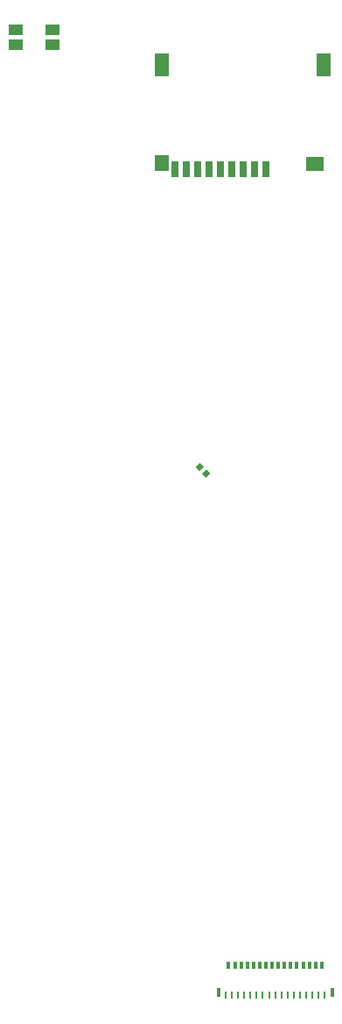
<source format=gbp>
G04 #@! TF.GenerationSoftware,KiCad,Pcbnew,5.1.5+dfsg1-2build2*
G04 #@! TF.CreationDate,2021-04-11T14:42:19-07:00*
G04 #@! TF.ProjectId,OtterCastAmp,4f747465-7243-4617-9374-416d702e6b69,rev?*
G04 #@! TF.SameCoordinates,Original*
G04 #@! TF.FileFunction,Paste,Bot*
G04 #@! TF.FilePolarity,Positive*
%FSLAX46Y46*%
G04 Gerber Fmt 4.6, Leading zero omitted, Abs format (unit mm)*
G04 Created by KiCad (PCBNEW 5.1.5+dfsg1-2build2) date 2021-04-11 14:42:19*
%MOMM*%
%LPD*%
G04 APERTURE LIST*
%ADD10R,0.400000X0.850000*%
%ADD11R,0.300000X0.650000*%
%ADD12R,0.260000X0.800000*%
%ADD13R,1.400000X1.050000*%
%ADD14R,1.400000X2.200000*%
%ADD15R,1.800000X1.400000*%
%ADD16R,1.400000X1.600000*%
%ADD17R,0.700000X1.600000*%
%ADD18C,0.100000*%
G04 APERTURE END LIST*
D10*
X175400000Y-143775000D03*
X186400000Y-143775000D03*
D11*
X176400000Y-141225000D03*
X177000000Y-141225000D03*
X177600000Y-141225000D03*
X178200000Y-141225000D03*
X178800000Y-141225000D03*
X179400000Y-141225000D03*
X180000000Y-141225000D03*
X180600000Y-141225000D03*
X181200000Y-141225000D03*
X181800000Y-141225000D03*
X182400000Y-141225000D03*
X183000000Y-141225000D03*
X183600000Y-141225000D03*
X184200000Y-141225000D03*
X184800000Y-141225000D03*
X185400000Y-141225000D03*
D12*
X176100000Y-144100000D03*
X176700000Y-144100000D03*
X177300000Y-144100000D03*
X177900000Y-144100000D03*
X178500000Y-144100000D03*
X179100000Y-144100000D03*
X179700000Y-144100000D03*
X180300000Y-144100000D03*
X180900000Y-144100000D03*
X181500000Y-144100000D03*
X182100000Y-144100000D03*
X182700000Y-144100000D03*
X183300000Y-144100000D03*
X183900000Y-144100000D03*
X184500000Y-144100000D03*
X185100000Y-144100000D03*
X185700000Y-144100000D03*
D13*
X159350000Y-52270000D03*
X155750000Y-52270000D03*
X159350000Y-50830000D03*
X155750000Y-50830000D03*
D14*
X185620000Y-54230000D03*
D15*
X184720000Y-63830000D03*
D14*
X169920000Y-54230000D03*
D16*
X169920000Y-63730000D03*
D17*
X171220000Y-64330000D03*
X172320000Y-64330000D03*
X173420000Y-64330000D03*
X174520000Y-64330000D03*
X175620000Y-64330000D03*
X176720000Y-64330000D03*
X177820000Y-64330000D03*
X178920000Y-64330000D03*
X180020000Y-64330000D03*
D18*
G36*
X173843431Y-93717695D02*
G01*
X174267695Y-93293431D01*
X174621249Y-93646985D01*
X174196985Y-94071249D01*
X173843431Y-93717695D01*
G37*
G36*
X173178751Y-93053015D02*
G01*
X173603015Y-92628751D01*
X173956569Y-92982305D01*
X173532305Y-93406569D01*
X173178751Y-93053015D01*
G37*
M02*

</source>
